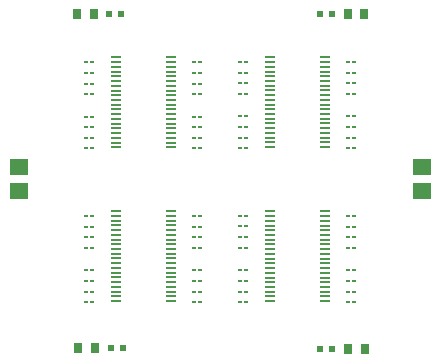
<source format=gtp>
G04 Layer_Color=8421504*
%FSAX24Y24*%
%MOIN*%
G70*
G01*
G75*
%ADD10R,0.0118X0.0110*%
%ADD12R,0.0315X0.0354*%
%ADD13R,0.0236X0.0197*%
%ADD14R,0.0591X0.0551*%
%ADD26R,0.0350X0.0075*%
D10*
X025403Y024117D02*
D03*
X025202D02*
D03*
X025403Y024467D02*
D03*
X025202D02*
D03*
X030537Y029246D02*
D03*
X030336D02*
D03*
X030537Y029596D02*
D03*
X030336D02*
D03*
X033926D02*
D03*
X034127D02*
D03*
X033926Y029236D02*
D03*
X034127D02*
D03*
X025403Y029243D02*
D03*
X025202D02*
D03*
X025403Y029593D02*
D03*
X025202D02*
D03*
X028792D02*
D03*
X028993D02*
D03*
X028792Y029233D02*
D03*
X028993D02*
D03*
X028792Y028883D02*
D03*
X028993D02*
D03*
X030537Y021950D02*
D03*
X030336D02*
D03*
X030537Y021600D02*
D03*
X030336D02*
D03*
X033926Y021600D02*
D03*
X034127D02*
D03*
X033926Y021950D02*
D03*
X034127D02*
D03*
X025403Y021947D02*
D03*
X025202D02*
D03*
X025403Y021597D02*
D03*
X025202D02*
D03*
X028792Y021597D02*
D03*
X028993D02*
D03*
X028792Y021947D02*
D03*
X028993D02*
D03*
X030537Y022310D02*
D03*
X030336D02*
D03*
X030537Y022660D02*
D03*
X030336D02*
D03*
X033926Y022660D02*
D03*
X034127D02*
D03*
X033926Y022310D02*
D03*
X034127D02*
D03*
X025403Y022307D02*
D03*
X025202D02*
D03*
X025403Y022657D02*
D03*
X025202D02*
D03*
X028792Y022657D02*
D03*
X028993D02*
D03*
X028792Y022307D02*
D03*
X028993D02*
D03*
X030537Y023760D02*
D03*
X030336D02*
D03*
X030537Y023410D02*
D03*
X030336D02*
D03*
X033926Y023410D02*
D03*
X034127D02*
D03*
X033926Y023760D02*
D03*
X034127D02*
D03*
X025403Y023757D02*
D03*
X025202D02*
D03*
X025403Y023407D02*
D03*
X025202D02*
D03*
X028792Y023407D02*
D03*
X028993D02*
D03*
X028792Y023757D02*
D03*
X028993D02*
D03*
X030537Y024120D02*
D03*
X030336D02*
D03*
X030537Y024470D02*
D03*
X030336D02*
D03*
X033926Y024470D02*
D03*
X034127D02*
D03*
X033926Y024110D02*
D03*
X034127D02*
D03*
X028792Y024467D02*
D03*
X028993D02*
D03*
X028792Y024107D02*
D03*
X028993D02*
D03*
X030537Y027076D02*
D03*
X030336D02*
D03*
X030537Y026726D02*
D03*
X030336D02*
D03*
X033926D02*
D03*
X034127D02*
D03*
X033926Y027076D02*
D03*
X034127D02*
D03*
X025403Y027073D02*
D03*
X025202D02*
D03*
X025403Y026723D02*
D03*
X025202D02*
D03*
X028792D02*
D03*
X028993D02*
D03*
X028792Y027073D02*
D03*
X028993D02*
D03*
X030537Y027436D02*
D03*
X030336D02*
D03*
X030537Y027786D02*
D03*
X030336D02*
D03*
X033926Y027786D02*
D03*
X034127D02*
D03*
X033926Y027436D02*
D03*
X034127D02*
D03*
X025403Y027433D02*
D03*
X025202D02*
D03*
X025403Y027783D02*
D03*
X025202D02*
D03*
X028792D02*
D03*
X028993D02*
D03*
X028792Y027433D02*
D03*
X028993D02*
D03*
X030537Y028886D02*
D03*
X030336D02*
D03*
X030537Y028536D02*
D03*
X030336D02*
D03*
X033926Y028536D02*
D03*
X034127D02*
D03*
X033926Y028886D02*
D03*
X034127D02*
D03*
X025403Y028883D02*
D03*
X025202D02*
D03*
X025403Y028533D02*
D03*
X025202D02*
D03*
X028792D02*
D03*
X028993D02*
D03*
D12*
X025458Y031203D02*
D03*
X024907D02*
D03*
X025498Y020053D02*
D03*
X024947D02*
D03*
X033947Y020033D02*
D03*
X034498D02*
D03*
X033927Y031213D02*
D03*
X034478D02*
D03*
D13*
X025986Y031203D02*
D03*
X026379D02*
D03*
X033399Y031203D02*
D03*
X033006D02*
D03*
X026036Y020053D02*
D03*
X026429D02*
D03*
X033399Y020033D02*
D03*
X033006D02*
D03*
D14*
X022983Y025299D02*
D03*
Y026086D02*
D03*
X036393D02*
D03*
Y025299D02*
D03*
D26*
X031340Y024622D02*
D03*
X033179D02*
D03*
X031340Y024464D02*
D03*
X033179D02*
D03*
X031340Y024307D02*
D03*
X033179D02*
D03*
X031340Y024149D02*
D03*
X033179D02*
D03*
X031340Y023992D02*
D03*
X033179D02*
D03*
X031340Y023834D02*
D03*
X033179D02*
D03*
X031340Y023677D02*
D03*
X033179D02*
D03*
X031340Y023519D02*
D03*
X033179D02*
D03*
X031340Y023362D02*
D03*
X033179D02*
D03*
X031340Y023204D02*
D03*
X033179D02*
D03*
X031340Y023047D02*
D03*
X033179D02*
D03*
X031340Y022889D02*
D03*
X033179D02*
D03*
X031340Y022732D02*
D03*
X033179D02*
D03*
X031340Y022574D02*
D03*
X033179D02*
D03*
X031340Y022417D02*
D03*
X033179D02*
D03*
X031340Y022259D02*
D03*
X033179D02*
D03*
X031340Y022102D02*
D03*
X033179D02*
D03*
X031340Y021944D02*
D03*
X033179D02*
D03*
X031340Y021787D02*
D03*
X033179D02*
D03*
X031340Y021630D02*
D03*
X033179D02*
D03*
X026206Y029752D02*
D03*
X028045D02*
D03*
X026206Y029594D02*
D03*
X028045D02*
D03*
X026206Y029437D02*
D03*
X028045D02*
D03*
X026206Y029279D02*
D03*
X028045D02*
D03*
X026206Y029122D02*
D03*
X028045D02*
D03*
X026206Y028964D02*
D03*
X028045D02*
D03*
X026206Y028807D02*
D03*
X028045D02*
D03*
X026206Y028649D02*
D03*
X028045D02*
D03*
X026206Y028492D02*
D03*
X028045D02*
D03*
X026206Y028334D02*
D03*
X028045D02*
D03*
X026206Y028177D02*
D03*
X028045D02*
D03*
X026206Y028019D02*
D03*
X028045D02*
D03*
X026206Y027862D02*
D03*
X028045D02*
D03*
X026206Y027704D02*
D03*
X028045D02*
D03*
X026206Y027547D02*
D03*
X028045D02*
D03*
X026206Y027389D02*
D03*
X028045D02*
D03*
X026206Y027232D02*
D03*
X028045D02*
D03*
X026206Y027074D02*
D03*
X028045D02*
D03*
X026206Y026917D02*
D03*
X028045D02*
D03*
X026206Y026759D02*
D03*
X028045D02*
D03*
X031340Y029756D02*
D03*
X033179D02*
D03*
X031340Y029598D02*
D03*
X033179D02*
D03*
X031340Y029441D02*
D03*
X033179D02*
D03*
X031340Y029283D02*
D03*
X033179D02*
D03*
X031340Y029126D02*
D03*
X033179D02*
D03*
X031340Y028968D02*
D03*
X033179D02*
D03*
X031340Y028811D02*
D03*
X033179D02*
D03*
X031340Y028653D02*
D03*
X033179D02*
D03*
X031340Y028496D02*
D03*
X033179D02*
D03*
X031340Y028338D02*
D03*
X033179D02*
D03*
X031340Y028181D02*
D03*
X033179D02*
D03*
X031340Y028023D02*
D03*
X033179D02*
D03*
X031340Y027866D02*
D03*
X033179D02*
D03*
X031340Y027708D02*
D03*
X033179D02*
D03*
X031340Y027551D02*
D03*
X033179D02*
D03*
X031340Y027393D02*
D03*
X033179D02*
D03*
X031340Y027236D02*
D03*
X033179D02*
D03*
X031340Y027078D02*
D03*
X033179D02*
D03*
X031340Y026921D02*
D03*
X033179D02*
D03*
X031340Y026763D02*
D03*
X033179D02*
D03*
X026206Y024626D02*
D03*
X028045D02*
D03*
X026206Y024468D02*
D03*
X028045D02*
D03*
X026206Y024311D02*
D03*
X028045D02*
D03*
X026206Y024153D02*
D03*
X028045D02*
D03*
X026206Y023996D02*
D03*
X028045D02*
D03*
X026206Y023838D02*
D03*
X028045D02*
D03*
X026206Y023681D02*
D03*
X028045D02*
D03*
X026206Y023523D02*
D03*
X028045D02*
D03*
X026206Y023366D02*
D03*
X028045D02*
D03*
X026206Y023208D02*
D03*
X028045D02*
D03*
X026206Y023051D02*
D03*
X028045D02*
D03*
X026206Y022893D02*
D03*
X028045D02*
D03*
X026206Y022736D02*
D03*
X028045D02*
D03*
X026206Y022578D02*
D03*
X028045D02*
D03*
X026206Y022421D02*
D03*
X028045D02*
D03*
X026206Y022263D02*
D03*
X028045D02*
D03*
X026206Y022106D02*
D03*
X028045D02*
D03*
X026206Y021948D02*
D03*
X028045D02*
D03*
X026206Y021791D02*
D03*
X028045D02*
D03*
X026206Y021633D02*
D03*
X028045D02*
D03*
M02*

</source>
